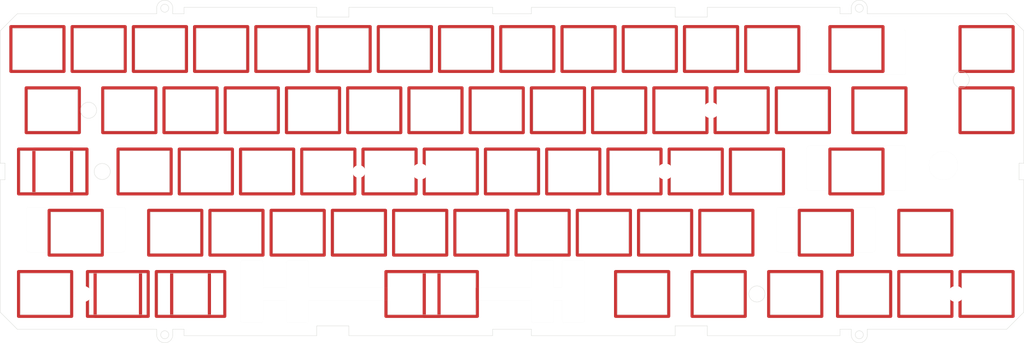
<source format=kicad_pcb>
(kicad_pcb (version 20211014) (generator pcbnew)
  (layers (0 "F.Cu" signal) (31 "B.Cu" signal) (34 "B.Paste" user) (35 "F.Paste" user) (36 "B.SilkS" user "B.Silkscreen") (37 "F.SilkS" user "F.Silkscreen") (38 "B.Mask" user) (39 "F.Mask" user) (44 "Edge.Cuts" user))
  (net 0 "")
  (footprint "Keyboard_Footprints:FC660m_small_hole" (layer "F.Cu") (at 138.1125 76.2)
    (fp_text reference "Screw_Hole" hide)
    (fp_text value "" hide)
  )
  (footprint "Keyboard_Footprints:Screw_Hole" (layer "F.Cu") (at 233.3625 76.2)
    (fp_text reference "Screw_Hole" hide)
    (fp_text value "" hide)
  )
  (footprint "Keyboard_Footprints:Plate_Cutout_Alps" (layer "F.Cu") (at 38.1 38.1)
    (fp_text reference "Plate_Cutout_Alps" hide)
    (fp_text value "" hide)
    (fp_line (start 7.75 6.45) (end -7.75 6.45) (layer "Edge.Cuts") (width 0.1))
    (fp_line (start 7.75 -6.45) (end 7.75 6.45) (layer "Edge.Cuts") (width 0.1))
    (fp_line (start -7.75 -6.45) (end -7.75 6.45) (layer "Edge.Cuts") (width 0.1))
    (fp_line (start 7.75 -6.45) (end -7.75 -6.45) (layer "Edge.Cuts") (width 0.1))
  )
  (footprint "Keyboard_Footprints:Plate_Cutout_Alps" (layer "F.Cu") (at 57.15 38.1)
    (fp_text reference "Plate_Cutout_Alps" hide)
    (fp_text value "" hide)
    (fp_line (start 7.75 -6.45) (end 7.75 6.45) (layer "Edge.Cuts") (width 0.1))
    (fp_line (start 7.75 6.45) (end -7.75 6.45) (layer "Edge.Cuts") (width 0.1))
    (fp_line (start 7.75 -6.45) (end -7.75 -6.45) (layer "Edge.Cuts") (width 0.1))
    (fp_line (start -7.75 -6.45) (end -7.75 6.45) (layer "Edge.Cuts") (width 0.1))
  )
  (footprint "Keyboard_Footprints:Plate_Cutout_Alps" (layer "F.Cu") (at 76.2 38.1)
    (fp_text reference "Plate_Cutout_Alps" hide)
    (fp_text value "" hide)
    (fp_line (start 7.75 -6.45) (end 7.75 6.45) (layer "Edge.Cuts") (width 0.1))
    (fp_line (start 7.75 -6.45) (end -7.75 -6.45) (layer "Edge.Cuts") (width 0.1))
    (fp_line (start 7.75 6.45) (end -7.75 6.45) (layer "Edge.Cuts") (width 0.1))
    (fp_line (start -7.75 -6.45) (end -7.75 6.45) (layer "Edge.Cuts") (width 0.1))
  )
  (footprint "Keyboard_Footprints:Plate_Cutout_Alps" (layer "F.Cu") (at 95.25 38.1)
    (fp_text reference "Plate_Cutout_Alps" hide)
    (fp_text value "" hide)
    (fp_line (start 7.75 6.45) (end -7.75 6.45) (layer "Edge.Cuts") (width 0.1))
    (fp_line (start -7.75 -6.45) (end -7.75 6.45) (layer "Edge.Cuts") (width 0.1))
    (fp_line (start 7.75 -6.45) (end -7.75 -6.45) (layer "Edge.Cuts") (width 0.1))
    (fp_line (start 7.75 -6.45) (end 7.75 6.45) (layer "Edge.Cuts") (width 0.1))
  )
  (footprint "Keyboard_Footprints:Plate_Cutout_Alps" (layer "F.Cu") (at 114.3 38.1)
    (fp_text reference "Plate_Cutout_Alps" hide)
    (fp_text value "" hide)
    (fp_line (start 7.75 -6.45) (end -7.75 -6.45) (layer "Edge.Cuts") (width 0.1))
    (fp_line (start 7.75 6.45) (end -7.75 6.45) (layer "Edge.Cuts") (width 0.1))
    (fp_line (start 7.75 -6.45) (end 7.75 6.45) (layer "Edge.Cuts") (width 0.1))
    (fp_line (start -7.75 -6.45) (end -7.75 6.45) (layer "Edge.Cuts") (width 0.1))
  )
  (footprint "Keyboard_Footprints:Plate_Cutout_Alps" (layer "F.Cu") (at 333.375 57.15)
    (fp_text reference "Plate_Cutout_Alps" hide)
    (fp_text value "" hide)
    (fp_line (start -7.75 -6.45) (end -7.75 6.45) (layer "Edge.Cuts") (width 0.1))
    (fp_line (start 7.75 -6.45) (end -7.75 -6.45) (layer "Edge.Cuts") (width 0.1))
    (fp_line (start 7.75 -6.45) (end 7.75 6.45) (layer "Edge.Cuts") (width 0.1))
    (fp_line (start 7.75 6.45) (end -7.75 6.45) (layer "Edge.Cuts") (width 0.1))
  )
  (footprint "Keyboard_Footprints:Plate_Cutout_Alps" (layer "F.Cu") (at 266.7 38.1)
    (fp_text reference "Plate_Cutout_Alps" hide)
    (fp_text value "" hide)
    (fp_line (start 7.75 -6.45) (end 7.75 6.45) (layer "Edge.Cuts") (width 0.1))
    (fp_line (start -7.75 -6.45) (end -7.75 6.45) (layer "Edge.Cuts") (width 0.1))
    (fp_line (start 7.75 6.45) (end -7.75 6.45) (layer "Edge.Cuts") (width 0.1))
    (fp_line (start 7.75 -6.45) (end -7.75 -6.45) (layer "Edge.Cuts") (width 0.1))
  )
  (footprint "Keyboard_Footprints:Plate_Cutout_Alps" (layer "F.Cu") (at 314.325 114.3)
    (fp_text reference "Plate_Cutout_Alps" hide)
    (fp_text value "" hide)
    (fp_line (start 7.75 -6.45) (end 7.75 6.45) (layer "Edge.Cuts") (width 0.1))
    (fp_line (start 7.75 6.45) (end -7.75 6.45) (layer "Edge.Cuts") (width 0.1))
    (fp_line (start 7.75 -6.45) (end -7.75 -6.45) (layer "Edge.Cuts") (width 0.1))
    (fp_line (start -7.75 -6.45) (end -7.75 6.45) (layer "Edge.Cuts") (width 0.1))
  )
  (footprint "Keyboard_Footprints:Plate_Cutout_Alps" (layer "F.Cu") (at 295.275 114.3)
    (fp_text reference "Plate_Cutout_Alps" hide)
    (fp_text value "" hide)
    (fp_line (start 7.75 -6.45) (end 7.75 6.45) (layer "Edge.Cuts") (width 0.1))
    (fp_line (start -7.75 -6.45) (end -7.75 6.45) (layer "Edge.Cuts") (width 0.1))
    (fp_line (start 7.75 6.45) (end -7.75 6.45) (layer "Edge.Cuts") (width 0.1))
    (fp_line (start 7.75 -6.45) (end -7.75 -6.45) (layer "Edge.Cuts") (width 0.1))
  )
  (footprint "Keyboard_Footprints:Plate_Cutout_Alps" (layer "F.Cu") (at 276.225 57.15)
    (fp_text reference "Plate_Cutout_Alps" hide)
    (fp_text value "" hide)
    (fp_line (start -7.75 -6.45) (end -7.75 6.45) (layer "Edge.Cuts") (width 0.1))
    (fp_line (start 7.75 6.45) (end -7.75 6.45) (layer "Edge.Cuts") (width 0.1))
    (fp_line (start 7.75 -6.45) (end 7.75 6.45) (layer "Edge.Cuts") (width 0.1))
    (fp_line (start 7.75 -6.45) (end -7.75 -6.45) (layer "Edge.Cuts") (width 0.1))
  )
  (footprint "Keyboard_Footprints:Plate_Cutout_Alps" (layer "F.Cu") (at 252.4125 95.25)
    (fp_text reference "Plate_Cutout_Alps" hide)
    (fp_text value "" hide)
    (fp_line (start -7.75 -6.45) (end -7.75 6.45) (layer "Edge.Cuts") (width 0.1))
    (fp_line (start 7.75 -6.45) (end -7.75 -6.45) (layer "Edge.Cuts") (width 0.1))
    (fp_line (start 7.75 -6.45) (end 7.75 6.45) (layer "Edge.Cuts") (width 0.1))
    (fp_line (start 7.75 6.45) (end -7.75 6.45) (layer "Edge.Cuts") (width 0.1))
  )
  (footprint "Keyboard_Footprints:Plate_Cutout_Alps_2" (layer "F.Cu") (at 88.10625 114.3)
    (fp_text reference "Plate_Cutout_Alps_2" hide)
    (fp_text value "" hide)
  )
  (footprint "Keyboard_Footprints:Plate_Cutout_Alps" (layer "F.Cu") (at 333.375 38.1)
    (fp_text reference "Plate_Cutout_Alps" hide)
    (fp_text value "" hide)
    (fp_line (start 7.75 -6.45) (end -7.75 -6.45) (layer "Edge.Cuts") (width 0.1))
    (fp_line (start 7.75 -6.45) (end 7.75 6.45) (layer "Edge.Cuts") (width 0.1))
    (fp_line (start -7.75 -6.45) (end -7.75 6.45) (layer "Edge.Cuts") (width 0.1))
    (fp_line (start 7.75 6.45) (end -7.75 6.45) (layer "Edge.Cuts") (width 0.1))
  )
  (footprint "Keyboard_Footprints:Plate_Cutout_Alps" (layer "F.Cu") (at 300.0375 57.15)
    (fp_text reference "Plate_Cutout_Alps" hide)
    (fp_text value "" hide)
    (fp_line (start 7.75 -6.45) (end -7.75 -6.45) (layer "Edge.Cuts") (width 0.1))
    (fp_line (start 7.75 -6.45) (end 7.75 6.45) (layer "Edge.Cuts") (width 0.1))
    (fp_line (start 7.75 6.45) (end -7.75 6.45) (layer "Edge.Cuts") (width 0.1))
    (fp_line (start -7.75 -6.45) (end -7.75 6.45) (layer "Edge.Cuts") (width 0.1))
  )
  (footprint "Keyboard_Footprints:Screw_Hole" (layer "F.Cu") (at 52.3875 114.3)
    (fp_text reference "Screw_Hole" hide)
    (fp_text value "" hide)
  )
  (footprint "Keyboard_Footprints:Screw_Hole" (layer "F.Cu") (at 323.85 114.3)
    (fp_text reference "Screw_Hole" hide)
    (fp_text value "" hide)
  )
  (footprint "Keyboard_Footprints:Screw_Hole" (layer "F.Cu") (at 157.1625 76.2)
    (fp_text reference "Screw_Hole" hide)
    (fp_text value "" hide)
  )
  (footprint "Keyboard_Footprints:Screw_Hole" (layer "F.Cu") (at 247.65 57.15)
    (fp_text reference "Screw_Hole" hide)
    (fp_text value "" hide)
  )
  (footprint "Keyboard_Footprints:Perferation" (layer "F.Cu") (at 77.7 27.9 90)
    (fp_text reference "Plate_Cutout_Alps" hide)
    (fp_text value "" hide)
  )
  (footprint "Keyboard_Footprints:Perferation" (layer "F.Cu") (at 293.775 27.9 90)
    (fp_text reference "Plate_Cutout_Alps" hide)
    (fp_text value "" hide)
  )
  (footprint "Keyboard_Footprints:Perferation" (layer "F.Cu") (at 293.775 124.5 90)
    (fp_text reference "Plate_Cutout_Alps" hide)
    (fp_text value "" hide)
  )
  (footprint "Keyboard_Footprints:Perferation" (layer "F.Cu") (at 77.7 124.5 90)
    (fp_text reference "Plate_Cutout_Alps" hide)
    (fp_text value "" hide)
  )
  (footprint "Keyboard_Footprints:Plate_Cutout_Alps" (layer "F.Cu") (at 283.36875 95.25)
    (fp_text reference "Plate_Cutout_Alps" hide)
    (fp_text value "" hide)
    (fp_line (start -7.75 -6.45) (end -7.75 6.45) (layer "Edge.Cuts") (width 0.1))
    (fp_line (start 7.75 -6.45) (end 7.75 6.45) (layer "Edge.Cuts") (width 0.1))
    (fp_line (start 7.75 6.45) (end -7.75 6.45) (layer "Edge.Cuts") (width 0.1))
    (fp_line (start 7.75 -6.45) (end -7.75 -6.45) (layer "Edge.Cuts") (width 0.1))
  )
  (footprint "Keyboard_Footprints:Plate_Cutout_Alps" (layer "F.Cu") (at 292.89375 38.1 180)
    (fp_text reference "Plate_Cutout_Alps" hide)
    (fp_text value "" hide)
    (fp_line (start 7.75 6.45) (end -7.75 6.45) (layer "Edge.Cuts") (width 0.1))
    (fp_line (start 7.75 -6.45) (end 7.75 6.45) (layer "Edge.Cuts") (width 0.1))
    (fp_line (start 7.75 -6.45) (end -7.75 -6.45) (layer "Edge.Cuts") (width 0.1))
    (fp_line (start -7.75 -6.45) (end -7.75 6.45) (layer "Edge.Cuts") (width 0.1))
  )
  (footprint "Keyboard_Footprints:Plate_Cutout_Alps_2" (layer "F.Cu") (at 45.24375 76.2)
    (fp_text reference "Plate_Cutout_Alps_2" hide)
    (fp_text value "" hide)
  )
  (footprint "Keyboard_Footprints:Plate_Cutout_Alps" (layer "F.Cu") (at 195.2625 95.25)
    (fp_text reference "Plate_Cutout_Alps" hide)
    (fp_text value "" hide)
    (fp_line (start 7.75 6.45) (end -7.75 6.45) (layer "Edge.Cuts") (width 0.1))
    (fp_line (start 7.75 -6.45) (end 7.75 6.45) (layer "Edge.Cuts") (width 0.1))
    (fp_line (start -7.75 -6.45) (end -7.75 6.45) (layer "Edge.Cuts") (width 0.1))
    (fp_line (start 7.75 -6.45) (end -7.75 -6.45) (layer "Edge.Cuts") (width 0.1))
  )
  (footprint "Keyboard_Footprints:Plate_Cutout_Alps_2" (layer "F.Cu") (at 83.34375 114.3)
    (fp_text reference "Plate_Cutout_Alps_2" hide)
    (fp_text value "" hide)
  )
  (footprint "Keyboard_Footprints:Plate_Cutout_Alps" (layer "F.Cu") (at 50.00625 95.25)
    (fp_text reference "Plate_Cutout_Alps" hide)
    (fp_text value "" hide)
    (fp_line (start 7.75 -6.45) (end 7.75 6.45) (layer "Edge.Cuts") (width 0.1))
    (fp_line (start 7.75 -6.45) (end -7.75 -6.45) (layer "Edge.Cuts") (width 0.1))
    (fp_line (start 7.75 6.45) (end -7.75 6.45) (layer "Edge.Cuts") (width 0.1))
    (fp_line (start -7.75 -6.45) (end -7.75 6.45) (layer "Edge.Cuts") (width 0.1))
  )
  (footprint "Keyboard_Footprints:Plate_Cutout_Alps_2" (layer "F.Cu") (at 166.6875 114.3)
    (fp_text reference "Plate_Cutout_Alps_2" hide)
    (fp_text value "" hide)
  )
  (footprint "Keyboard_Footprints:Plate_Cutout_Alps" (layer "F.Cu") (at 261.9375 76.2)
    (fp_text reference "Plate_Cutout_Alps" hide)
    (fp_text value "" hide)
    (fp_line (start 7.75 -6.45) (end 7.75 6.45) (layer "Edge.Cuts") (width 0.1))
    (fp_line (start 7.75 -6.45) (end -7.75 -6.45) (layer "Edge.Cuts") (width 0.1))
    (fp_line (start 7.75 6.45) (end -7.75 6.45) (layer "Edge.Cuts") (width 0.1))
    (fp_line (start -7.75 -6.45) (end -7.75 6.45) (layer "Edge.Cuts") (width 0.1))
  )
  (footprint "Keyboard_Footprints:Plate_Cutout_Alps" (layer "F.Cu") (at 190.5 38.1)
    (fp_text reference "Plate_Cutout_Alps" hide)
    (fp_text value "" hide)
    (fp_line (start 7.75 -6.45) (end 7.75 6.45) (layer "Edge.Cuts") (width 0.1))
    (fp_line (start 7.75 6.45) (end -7.75 6.45) (layer "Edge.Cuts") (width 0.1))
    (fp_line (start 7.75 -6.45) (end -7.75 -6.45) (layer "Edge.Cuts") (width 0.1))
    (fp_line (start -7.75 -6.45) (end -7.75 6.45) (layer "Edge.Cuts") (width 0.1))
  )
  (footprint "Keyboard_Footprints:Plate_Cutout_Alps" (layer "F.Cu") (at 226.21875 114.3)
    (fp_text reference "Plate_Cutout_Alps" hide)
    (fp_text value "" hide)
    (fp_line (start -7.75 -6.45) (end -7.75 6.45) (layer "Edge.Cuts") (width 0.1))
    (fp_line (start 7.75 6.45) (end -7.75 6.45) (layer "Edge.Cuts") (width 0.1))
    (fp_line (start 7.75 -6.45) (end -7.75 -6.45) (layer "Edge.Cuts") (width 0.1))
    (fp_line (start 7.75 -6.45) (end 7.75 6.45) (layer "Edge.Cuts") (width 0.1))
  )
  (footprint "Keyboard_Footprints:Plate_Cutout_Alps" (layer "F.Cu") (at 133.35 38.1)
    (fp_text reference "Plate_Cutout_Alps" hide)
    (fp_text value "" hide)
    (fp_line (start 7.75 -6.45) (end -7.75 -6.45) (layer "Edge.Cuts") (width 0.1))
    (fp_line (start 7.75 -6.45) (end 7.75 6.45) (layer "Edge.Cuts") (width 0.1))
    (fp_line (start -7.75 -6.45) (end -7.75 6.45) (layer "Edge.Cuts") (width 0.1))
    (fp_line (start 7.75 6.45) (end -7.75 6.45) (layer "Edge.Cuts") (width 0.1))
  )
  (footprint "Keyboard_Footprints:Plate_Cutout_Alps" (layer "F.Cu") (at 138.1125 95.25)
    (fp_text reference "Plate_Cutout_Alps" hide)
    (fp_text value "" hide)
    (fp_line (start 7.75 -6.45) (end -7.75 -6.45) (layer "Edge.Cuts") (width 0.1))
    (fp_line (start 7.75 -6.45) (end 7.75 6.45) (layer "Edge.Cuts") (width 0.1))
    (fp_line (start -7.75 -6.45) (end -7.75 6.45) (layer "Edge.Cuts") (width 0.1))
    (fp_line (start 7.75 6.45) (end -7.75 6.45) (layer "Edge.Cuts") (width 0.1))
  )
  (footprint "Keyboard_Footprints:Plate_Cutout_Alps" (layer "F.Cu") (at 100.0125 95.25)
    (fp_text reference "Plate_Cutout_Alps" hide)
    (fp_text value "" hide)
    (fp_line (start -7.75 -6.45) (end -7.75 6.45) (layer "Edge.Cuts") (width 0.1))
    (fp_line (start 7.75 -6.45) (end 7.75 6.45) (layer "Edge.Cuts") (width 0.1))
    (fp_line (start 7.75 -6.45) (end -7.75 -6.45) (layer "Edge.Cuts") (width 0.1))
    (fp_line (start 7.75 6.45) (end -7.75 6.45) (layer "Edge.Cuts") (width 0.1))
  )
  (footprint "Keyboard_Footprints:Plate_Cutout_Alps" (layer "F.Cu") (at 109.5375 76.2)
    (fp_text reference "Plate_Cutout_Alps" hide)
    (fp_text value "" hide)
    (fp_line (start -7.75 -6.45) (end -7.75 6.45) (layer "Edge.Cuts") (width 0.1))
    (fp_line (start 7.75 -6.45) (end -7.75 -6.45) (layer "Edge.Cuts") (width 0.1))
    (fp_line (start 7.75 6.45) (end -7.75 6.45) (layer "Edge.Cuts") (width 0.1))
    (fp_line (start 7.75 -6.45) (end 7.75 6.45) (layer "Edge.Cuts") (width 0.1))
  )
  (footprint "Keyboard_Footprints:Plate_Cutout_Alps" (layer "F.Cu") (at 180.975 57.15)
    (fp_text reference "Plate_Cutout_Alps" hide)
    (fp_text value "" hide)
    (fp_line (start -7.75 -6.45) (end -7.75 6.45) (layer "Edge.Cuts") (width 0.1))
    (fp_line (start 7.75 -6.45) (end 7.75 6.45) (layer "Edge.Cuts") (width 0.1))
    (fp_line (start 7.75 6.45) (end -7.75 6.45) (layer "Edge.Cuts") (width 0.1))
    (fp_line (start 7.75 -6.45) (end -7.75 -6.45) (layer "Edge.Cuts") (width 0.1))
  )
  (footprint "Keyboard_Footprints:Plate_Cutout_Alps" (layer "F.Cu") (at 273.84375 114.3)
    (fp_text reference "Plate_Cutout_Alps" hide)
    (fp_text value "" hide)
    (fp_line (start 7.75 -6.45) (end 7.75 6.45) (layer "Edge.Cuts") (width 0.1))
    (fp_line (start 7.75 -6.45) (end -7.75 -6.45) (layer "Edge.Cuts") (width 0.1))
    (fp_line (start 7.75 6.45) (end -7.75 6.45) (layer "Edge.Cuts") (width 0.1))
    (fp_line (start -7.75 -6.45) (end -7.75 6.45) (layer "Edge.Cuts") (width 0.1))
  )
  (footprint "Keyboard_Footprints:Plate_Cutout_Alps" (layer "F.Cu") (at 147.6375 76.2)
    (fp_text reference "Plate_Cutout_Alps" hide)
    (fp_text value "" hide)
    (fp_line (start 7.75 -6.45) (end 7.75 6.45) (layer "Edge.Cuts") (width 0.1))
    (fp_line (start -7.75 -6.45) (end -7.75 6.45) (layer "Edge.Cuts") (width 0.1))
    (fp_line (start 7.75 -6.45) (end -7.75 -6.45) (layer "Edge.Cuts") (width 0.1))
    (fp_line (start 7.75 6.45) (end -7.75 6.45) (layer "Edge.Cuts") (width 0.1))
  )
  (footprint "Keyboard_Footprints:Plate_Cutout_Alps_2" (layer "F.Cu") (at 64.29375 114.3)
    (fp_text reference "Plate_Cutout_Alps_2" hide)
    (fp_text value "" hide)
  )
  (footprint "Keyboard_Footprints:Plate_Cutout_Alps" (layer "F.Cu") (at 185.7375 76.2)
    (fp_text reference "Plate_Cutout_Alps" hide)
    (fp_text value "" hide)
    (fp_line (start -7.75 -6.45) (end -7.75 6.45) (layer "Edge.Cuts") (width 0.1))
    (fp_line (start 7.75 6.45) (end -7.75 6.45) (layer "Edge.Cuts") (width 0.1))
    (fp_line (start 7.75 -6.45) (end 7.75 6.45) (layer "Edge.Cuts") (width 0.1))
    (fp_line (start 7.75 -6.45) (end -7.75 -6.45) (layer "Edge.Cuts") (width 0.1))
  )
  (footprint "Keyboard_Footprints:Plate_Cutout_Alps" (layer "F.Cu") (at 257.175 57.15)
    (fp_text reference "Plate_Cutout_Alps" hide)
    (fp_text value "" hide)
    (fp_line (start -7.75 -6.45) (end -7.75 6.45) (layer "Edge.Cuts") (width 0.1))
    (fp_line (start 7.75 -6.45) (end 7.75 6.45) (layer "Edge.Cuts") (width 0.1))
    (fp_line (start 7.75 -6.45) (end -7.75 -6.45) (layer "Edge.Cuts") (width 0.1))
    (fp_line (start 7.75 6.45) (end -7.75 6.45) (layer "Edge.Cuts") (width 0.1))
  )
  (footprint "Keyboard_Footprints:Plate_Cutout_Alps" (layer "F.Cu") (at 242.8875 76.2)
    (fp_text reference "Plate_Cutout_Alps" hide)
    (fp_text value "" hide)
    (fp_line (start -7.75 -6.45) (end -7.75 6.45) (layer "Edge.Cuts") (width 0.1))
    (fp_line (start 7.75 -6.45) (end -7.75 -6.45) (layer "Edge.Cuts") (width 0.1))
    (fp_line (start 7.75 6.45) (end -7.75 6.45) (layer "Edge.Cuts") (width 0.1))
    (fp_line (start 7.75 -6.45) (end 7.75 6.45) (layer "Edge.Cuts") (width 0.1))
  )
  (footprint "Keyboard_Footprints:Plate_Cutout_Alps" (layer "F.Cu") (at 200.025 57.15)
    (fp_text reference "Plate_Cutout_Alps" hide)
    (fp_text value "" hide)
    (fp_line (start 7.75 -6.45) (end 7.75 6.45) (layer "Edge.Cuts") (width 0.1))
    (fp_line (start -7.75 -6.45) (end -7.75 6.45) (layer "Edge.Cuts") (width 0.1))
    (fp_line (start 7.75 6.45) (end -7.75 6.45) (layer "Edge.Cuts") (width 0.1))
    (fp_line (start 7.75 -6.45) (end -7.75 -6.45) (layer "Edge.Cuts") (width 0.1))
  )
  (footprint "Keyboard_Footprints:Plate_Cutout_Alps_2" (layer "F.Cu") (at 61.9125 114.3)
    (fp_text reference "Plate_Cutout_Alps_2" hide)
    (fp_text value "" hide)
  )
  (footprint "Keyboard_Footprints:Plate_Cutout_Alps" (layer "F.Cu") (at 238.125 57.15)
    (fp_text reference "Plate_Cutout_Alps" hide)
    (fp_text value "" hide)
    (fp_line (start 7.75 -6.45) (end -7.75 -6.45) (layer "Edge.Cuts") (width 0.1))
    (fp_line (start -7.75 -6.45) (end -7.75 6.45) (layer "Edge.Cuts") (width 0.1))
    (fp_line (start 7.75 6.45) (end -7.75 6.45) (layer "Edge.Cuts") (width 0.1))
    (fp_line (start 7.75 -6.45) (end 7.75 6.45) (layer "Edge.Cuts") (width 0.1))
  )
  (footprint "Keyboard_Footprints:Plate_Cutout_Alps" (layer "F.Cu") (at 250.03125 114.3)
    (fp_text reference "Plate_Cutout_Alps" hide)
    (fp_text value "" hide)
    (fp_line (start 7.75 6.45) (end -7.75 6.45) (layer "Edge.Cuts") (width 0.1))
    (fp_line (start -7.75 -6.45) (end -7.75 6.45) (layer "Edge.Cuts") (width 0.1))
    (fp_line (start 7.75 -6.45) (end -7.75 -6.45) (layer "Edge.Cuts") (width 0.1))
    (fp_line (start 7.75 -6.45) (end 7.75 6.45) (layer "Edge.Cuts") (width 0.1))
  )
  (footprint "Keyboard_Footprints:Plate_Cutout_Alps" (layer "F.Cu") (at 292.89375 76.2)
    (fp_text reference "Plate_Cutout_Alps" hide)
    (fp_text value "" hide)
    (fp_line (start 7.75 -6.45) (end -7.75 -6.45) (layer "Edge.Cuts") (width 0.1))
    (fp_line (start 7.75 6.45) (end -7.75 6.45) (layer "Edge.Cuts") (width 0.1))
    (fp_line (start 7.75 -6.45) (end 7.75 6.45) (layer "Edge.Cuts") (width 0.1))
    (fp_line (start -7.75 -6.45) (end -7.75 6.45) (layer "Edge.Cuts") (width 0.1))
  )
  (footprint "Keyboard_Footprints:Plate_Cutout_Alps" (layer "F.Cu") (at 66.675 57.15)
    (fp_text reference "Plate_Cutout_Alps" hide)
    (fp_text value "" hide)
    (fp_line (start 7.75 -6.45) (end -7.75 -6.45) (layer "Edge.Cuts") (width 0.1))
    (fp_line (start 7.75 6.45) (end -7.75 6.45) (layer "Edge.Cuts") (width 0.1))
    (fp_line (start 7.75 -6.45) (end 7.75 6.45) (layer "Edge.Cuts") (width 0.1))
    (fp_line (start -7.75 -6.45) (end -7.75 6.45) (layer "Edge.Cuts") (width 0.1))
  )
  (footprint "Keyboard_Footprints:Plate_Cutout_Alps" (layer "F.Cu") (at 228.6 38.1)
    (fp_text reference "Plate_Cutout_Alps" hide)
    (fp_text value "" hide)
    (fp_line (start 7.75 6.45) (end -7.75 6.45) (layer "Edge.Cuts") (width 0.1))
    (fp_line (start -7.75 -6.45) (end -7.75 6.45) (layer "Edge.Cuts") (width 0.1))
    (fp_line (start 7.75 -6.45) (end 7.75 6.45) (layer "Edge.Cuts") (width 0.1))
    (fp_line (start 7.75 -6.45) (end -7.75 -6.45) (layer "Edge.Cuts") (width 0.1))
  )
  (footprint "Keyboard_Footprints:Plate_Cutout_Alps" (layer "F.Cu") (at 71.4375 76.2)
    (fp_text reference "Plate_Cutout_Alps" hide)
    (fp_text value "" hide)
    (fp_line (start 7.75 -6.45) (end -7.75 -6.45) (layer "Edge.Cuts") (width 0.1))
    (fp_line (start -7.75 -6.45) (end -7.75 6.45) (layer "Edge.Cuts") (width 0.1))
    (fp_line (start 7.75 6.45) (end -7.75 6.45) (layer "Edge.Cuts") (width 0.1))
    (fp_line (start 7.75 -6.45) (end 7.75 6.45) (layer "Edge.Cuts") (width 0.1))
  )
  (footprint "Keyboard_Footprints:Plate_Cutout_Alps" (layer "F.Cu") (at 223.8375 76.2)
    (fp_text reference "Plate_Cutout_Alps" hide)
    (fp_text value "" hide)
    (fp_line (start -7.75 -6.45) (end -7.75 6.45) (layer "Edge.Cuts") (width 0.1))
    (fp_line (start 7.75 -6.45) (end 7.75 6.45) (layer "Edge.Cuts") (width 0.1))
    (fp_line (start 7.75 6.45) (end -7.75 6.45) (layer "Edge.Cuts") (width 0.1))
    (fp_line (start 7.75 -6.45) (end -7.75 -6.45) (layer "Edge.Cuts") (width 0.1))
  )
  (footprint "Keyboard_Footprints:Plate_Cutout_Alps" (layer "F.Cu") (at 123.825 57.15)
    (fp_text reference "Plate_Cutout_Alps" hide)
    (fp_text value "" hide)
    (fp_line (start 7.75 6.45) (end -7.75 6.45) (layer "Edge.Cuts") (width 0.1))
    (fp_line (start 7.75 -6.45) (end -7.75 -6.45) (layer "Edge.Cuts") (width 0.1))
    (fp_line (start -7.75 -6.45) (end -7.75 6.45) (layer "Edge.Cuts") (width 0.1))
    (fp_line (start 7.75 -6.45) (end 7.75 6.45) (layer "Edge.Cuts") (width 0.1))
  )
  (footprint "Keyboard_Footprints:Plate_Cutout_Alps" (layer "F.Cu") (at 80.9625 95.25)
    (fp_text reference "Plate_Cutout_Alps" hide)
    (fp_text value "" hide)
    (fp_line (start -7.75 -6.45) (end -7.75 6.45) (layer "Edge.Cuts") (width 0.1))
    (fp_line (start 7.75 -6.45) (end -7.75 -6.45) (layer "Edge.Cuts") (width 0.1))
    (fp_line (start 7.75 6.45) (end -7.75 6.45) (layer "Edge.Cuts") (width 0.1))
    (fp_line (start 7.75 -6.45) (end 7.75 6.45) (layer "Edge.Cuts") (width 0.1))
  )
  (footprint "Keyboard_Footprints:Plate_Cutout_Alps" (layer "F.Cu") (at 219.075 57.15)
    (fp_text reference "Plate_Cutout_Alps" hide)
    (fp_text value "" hide)
    (fp_line (start 7.75 -6.45) (end -7.75 -6.45) (layer "Edge.Cuts") (width 0.1))
    (fp_line (start 7.75 6.45) (end -7.75 6.45) (layer "Edge.Cuts") (width 0.1))
    (fp_line (start 7.75 -6.45) (end 7.75 6.45) (layer "Edge.Cuts") (width 0.1))
    (fp_line (start -7.75 -6.45) (end -7.75 6.45) (layer "Edge.Cuts") (width 0.1))
  )
  (footprint "Keyboard_Footprints:Plate_Cutout_Alps" (layer "F.Cu") (at 247.65 38.1)
    (fp_text reference "Plate_Cutout_Alps" hide)
    (fp_text value "" hide)
    (fp_line (start 7.75 -6.45) (end 7.75 6.45) (layer "Edge.Cuts") (width 0.1))
    (fp_line (start 7.75 6.45) (end -7.75 6.45) (layer "Edge.Cuts") (width 0.1))
    (fp_line (start 7.75 -6.45) (end -7.75 -6.45) (layer "Edge.Cuts") (width 0.1))
    (fp_line (start -7.75 -6.45) (end -7.75 6.45) (layer "Edge.Cuts") (width 0.1))
  )
  (footprint "Keyboard_Footprints:Plate_Cutout_Alps" (layer "F.Cu") (at 161.925 57.15)
    (fp_text reference "Plate_Cutout_Alps" hide)
    (fp_text value "" hide)
    (fp_line (start 7.75 -6.45) (end -7.75 -6.45) (layer "Edge.Cuts") (width 0.1))
    (fp_line (start -7.75 -6.45) (end -7.75 6.45) (layer "Edge.Cuts") (width 0.1))
    (fp_line (start 7.75 6.45) (end -7.75 6.45) (layer "Edge.Cuts") (width 0.1))
    (fp_line (start 7.75 -6.45) (end 7.75 6.45) (layer "Edge.Cuts") (width 0.1))
  )
  (footprint "Keyboard_Footprints:Plate_Cutout_Alps_2" (layer "F.Cu") (at 154.78125 114.3)
    (fp_text reference "Plate_Cutout_Alps_2" hide)
    (fp_text value "" hide)
  )
  (footprint "Keyboard_Footprints:Plate_Cutout_Alps" (layer "F.Cu") (at 152.4 38.1)
    (fp_text reference "Plate_Cutout_Alps" hide)
    (fp_text value "" hide)
    (fp_line (start -7.75 -6.45) (end -7.75 6.45) (layer "Edge.Cuts") (width 0.1))
    (fp_line (start 7.75 -6.45) (end 7.75 6.45) (layer "Edge.Cuts") (width 0.1))
    (fp_line (start 7.75 -6.45) (end -7.75 -6.45) (layer "Edge.Cuts") (width 0.1))
    (fp_line (start 7.75 6.45) (end -7.75 6.45) (layer "Edge.Cuts") (width 0.1))
  )
  (footprint "Keyboard_Footprints:Plate_Cutout_Alps" (layer "F.Cu") (at 171.45 38.1)
    (fp_text reference "Plate_Cutout_Alps" hide)
    (fp_text value "" hide)
    (fp_line (start 7.75 -6.45) (end 7.75 6.45) (layer "Edge.Cuts") (width 0.1))
    (fp_line (start -7.75 -6.45) (end -7.75 6.45) (layer "Edge.Cuts") (width 0.1))
    (fp_line (start 7.75 -6.45) (end -7.75 -6.45) (layer "Edge.Cuts") (width 0.1))
    (fp_line (start 7.75 6.45) (end -7.75 6.45) (layer "Edge.Cuts") (width 0.1))
  )
  (footprint "Keyboard_Footprints:Plate_Cutout_Alps" (layer "F.Cu") (at 85.725 57.15)
    (fp_text reference "Plate_Cutout_Alps" hide)
    (fp_text value "" hide)
    (fp_line (start 7.75 -6.45) (end -7.75 -6.45) (layer "Edge.Cuts") (width 0.1))
    (fp_line (start -7.75 -6.45) (end -7.75 6.45) (layer "Edge.Cuts") (width 0.1))
    (fp_line (start 7.75 6.45) (end -7.75 6.45) (layer "Edge.Cuts") (width 0.1))
    (fp_line (start 7.75 -6.45) (end 7.75 6.45) (layer "Edge.Cuts") (width 0.1))
  )
  (footprint "Keyboard_Footprints:Plate_Cutout_Alps" (layer "F.Cu") (at 40.48125 114.3)
    (fp_text reference "Plate_Cutout_Alps" hide)
    (fp_text value "" hide)
    (fp_line (start 7.75 -6.45) (end -7.75 -6.45) (layer "Edge.Cuts") (width 0.1))
    (fp_line (start 7.75 -6.45) (end 7.75 6.45) (layer "Edge.Cuts") (width 0.1))
    (fp_line (start -7.75 -6.45) (end -7.75 6.45) (layer "Edge.Cuts") (width 0.1))
    (fp_line (start 7.75 6.45) (end -7.75 6.45) (layer "Edge.Cuts") (width 0.1))
  )
  (footprint "Keyboard_Footprints:Plate_Cutout_Alps" (layer "F.Cu") (at 214.3125 95.25)
    (fp_text reference "Plate_Cutout_Alps" hide)
    (fp_text value "" hide)
    (fp_line (start -7.75 -6.45) (end -7.75 6.45) (layer "Edge.Cuts") (width 0.1))
    (fp_line (start 7.75 6.45) (end -7.75 6.45) (layer "Edge.Cuts") (width 0.1))
    (fp_line (start 7.75 -6.45) (end -7.75 -6.45) (layer "Edge.Cuts") (width 0.1))
    (fp_line (start 7.75 -6.45) (end 7.75 6.45) (layer "Edge.Cuts") (width 0.1))
  )
  (footprint "Keyboard_Footprints:Plate_Cutout_Alps" (layer "F.Cu") (at 176.2125 95.25)
    (fp_text reference "Plate_Cutout_Alps" hide)
    (fp_text value "" hide)
    (fp_line (start -7.75 -6.45) (end -7.75 6.45) (layer "Edge.Cuts") (width 0.1))
    (fp_line (start 7.75 -6.45) (end -7.75 -6.45) (layer "Edge.Cuts") (width 0.1))
    (fp_line (start 7.75 -6.45) (end 7.75 6.45) (layer "Edge.Cuts") (width 0.1))
    (fp_line (start 7.75 6.45) (end -7.75 6.45) (layer "Edge.Cuts") (width 0.1))
  )
  (footprint "Keyboard_Footprints:Plate_Cutout_Alps" (layer "F.Cu") (at 333.375 114.3)
    (fp_text reference "Plate_Cutout_Alps" hide)
    (fp_text value "" hide)
    (fp_line (start -7.75 -6.45) (end -7.75 6.45) (layer "Edge.Cuts") (width 0.1))
    (fp_line (start 7.75 -6.45) (end 7.75 6.45) (layer "Edge.Cuts") (width 0.1))
    (fp_line (start 7.75 6.45) (end -7.75 6.45) (layer "Edge.Cuts") (width 0.1))
    (fp_line (start 7.75 -6.45) (end -7.75 -6.45) (layer "Edge.Cuts") (width 0.1))
  )
  (footprint "Keyboard_Footprints:Plate_Cutout_Alps" (layer "F.Cu") (at 314.325 95.25)
    (fp_text reference "Plate_Cutout_Alps" hide)
    (fp_text value "" hide)
    (fp_line (start 7.75 6.45) (end -7.75 6.45) (layer "Edge.Cuts") (width 0.1))
    (fp_line (start 7.75 -6.45) (end 7.75 6.45) (layer "Edge.Cuts") (width 0.1))
    (fp_line (start -7.75 -6.45) (end -7.75 6.45) (layer "Edge.Cuts") (width 0.1))
    (fp_line (start 7.75 -6.45) (end -7.75 -6.45) (layer "Edge.Cuts") (width 0.1))
  )
  (footprint "Keyboard_Footprints:Plate_Cutout_Alps" (layer "F.Cu") (at 157.1625 95.25)
    (fp_text reference "Plate_Cutout_Alps" hide)
    (fp_text value "" hide)
    (fp_line (start -7.75 -6.45) (end -7.75 6.45) (layer "Edge.Cuts") (width 0.1))
    (fp_line (start 7.75 -6.45) (end 7.75 6.45) (layer "Edge.Cuts") (width 0.1))
    (fp_line (start 7.75 6.45) (end -7.75 6.45) (layer "Edge.Cuts") (width 0.1))
    (fp_line (start 7.75 -6.45) (end -7.75 -6.45) (layer "Edge.Cuts") (width 0.1))
  )
  (footprint "Keyboard_Footprints:Plate_Cutout_Alps" (layer "F.Cu") (at 90.4875 76.2)
    (fp_text reference "Plate_Cutout_Alps" hide)
    (fp_text value "" hide)
    (fp_line (start -7.75 -6.45) (end -7.75 6.45) (layer "Edge.Cuts") (width 0.1))
    (fp_line (start 7.75 -6.45) (end 7.75 6.45) (layer "Edge.Cuts") (width 0.1))
    (fp_line (start 7.75 6.45) (end -7.75 6.45) (layer "Edge.Cuts") (width 0.1))
    (fp_line (start 7.75 -6.45) (end -7.75 -6.45) (layer "Edge.Cuts") (width 0.1))
  )
  (footprint "Keyboard_Footprints:Plate_Cutout_Alps" (layer "F.Cu") (at 42.8625 57.15)
    (fp_text reference "Plate_Cutout_Alps" hide)
    (fp_text value "" hide)
    (fp_line (start -7.75 -6.45) (end -7.75 6.45) (layer "Edge.Cuts") (width 0.1))
    (fp_line (start 7.75 6.45) (end -7.75 6.45) (layer "Edge.Cuts") (width 0.1))
    (fp_line (start 7.75 -6.45) (end 7.75 6.45) (layer "Edge.Cuts") (width 0.1))
    (fp_line (start 7.75 -6.45) (end -7.75 -6.45) (layer "Edge.Cuts") (width 0.1))
  )
  (footprint "Keyboard_Footprints:Plate_Cutout_Alps" (layer "F.Cu") (at 233.3625 95.25)
    (fp_text reference "Plate_Cutout_Alps" hide)
    (fp_text value "" hide)
    (fp_line (start -7.75 -6.45) (end -7.75 6.45) (layer "Edge.Cuts") (width 0.1))
    (fp_line (start 7.75 6.45) (end -7.75 6.45) (layer "Edge.Cuts") (width 0.1))
    (fp_line (start 7.75 -6.45) (end 7.75 6.45) (layer "Edge.Cuts") (width 0.1))
    (fp_line (start 7.75 -6.45) (end -7.75 -6.45) (layer "Edge.Cuts") (width 0.1))
  )
  (footprint "Keyboard_Footprints:Plate_Cutout_Alps" (layer "F.Cu") (at 142.875 57.15)
    (fp_text reference "Plate_Cutout_Alps" hide)
    (fp_text value "" hide)
    (fp_line (start 7.75 -6.45) (end -7.75 -6.45) (layer "Edge.Cuts") (width 0.1))
    (fp_line (start 7.75 6.45) (end -7.75 6.45) (layer "Edge.Cuts") (width 0.1))
    (fp_line (start 7.75 -6.45) (end 7.75 6.45) (layer "Edge.Cuts") (width 0.1))
    (fp_line (start -7.75 -6.45) (end -7.75 6.45) (layer "Edge.Cuts") (width 0.1))
  )
  (footprint "Keyboard_Footprints:Plate_Cutout_Alps_2" (layer "F.Cu") (at 40.48125 76.2)
    (fp_text reference "Plate_Cutout_Alps_2" hide)
    (fp_text value "" hide)
  )
  (footprint "Keyboard_Footprints:Plate_Cutout_Alps" (layer "F.Cu") (at 209.55 38.1)
    (fp_text reference "Plate_Cutout_Alps" hide)
    (fp_text value "" hide)
    (fp_line (start 7.75 -6.45) (end 7.75 6.45) (layer "Edge.Cuts") (width 0.1))
    (fp_line (start 7.75 -6.45) (end -7.75 -6.45) (layer "Edge.Cuts") (width 0.1))
    (fp_line (start 7.75 6.45) (end -7.75 6.45) (layer "Edge.Cuts") (width 0.1))
    (fp_line (start -7.75 -6.45) (end -7.75 6.45) (layer "Edge.Cuts") (width 0.1))
  )
  (footprint "Keyboard_Footprints:Plate_Cutout_Alps" (layer "F.Cu") (at 166.6875 76.2)
    (fp_text reference "Plate_Cutout_Alps" hide)
    (fp_text value "" hide)
    (fp_line (start 7.75 6.45) (end -7.75 6.45) (layer "Edge.Cuts") (width 0.1))
    (fp_line (start -7.75 -6.45) (end -7.75 6.45) (layer "Edge.Cuts") (width 0.1))
    (fp_line (start 7.75 -6.45) (end -7.75 -6.45) (layer "Edge.Cuts") (width 0.1))
    (fp_line (start 7.75 -6.45) (end 7.75 6.45) (layer "Edge.Cuts") (width 0.1))
  )
  (footprint "Keyboard_Footprints:Plate_Cutout_Alps" (layer "F.Cu") (at 119.0625 95.25)
    (fp_text reference "Plate_Cutout_Alps" hide)
    (fp_text value "" hide)
    (fp_line (start -7.75 -6.45) (end -7.75 6.45) (layer "Edge.Cuts") (width 0.1))
    (fp_line (start 7.75 6.45) (end -7.75 6.45) (layer "Edge.Cuts") (width 0.1))
    (fp_line (start 7.75 -6.45) (end 7.75 6.45) (layer "Edge.Cuts") (width 0.1))
    (fp_line (start 7.75 -6.45) (end -7.75 -6.45) (layer "Edge.Cuts") (width 0.1))
  )
  (footprint "Keyboard_Footprints:Plate_Cutout_Alps" (layer "F.Cu") (at 104.775 57.15)
    (fp_text reference "Plate_Cutout_Alps" hide)
    (fp_text value "" hide)
    (fp_line (start 7.75 -6.45) (end 7.75 6.45) (layer "Edge.Cuts") (width 0.1))
    (fp_line (start 7.75 -6.45) (end -7.75 -6.45) (layer "Edge.Cuts") (width 0.1))
    (fp_line (start -7.75 -6.45) (end -7.75 6.45) (layer "Edge.Cuts") (width 0.1))
    (fp_line (start 7.75 6.45) (end -7.75 6.45) (layer "Edge.Cuts") (width 0.1))
  )
  (footprint "Keyboard_Footprints:Plate_Cutout_Alps" (layer "F.Cu") (at 204.7875 76.2)
    (fp_text reference "Plate_Cutout_Alps" hide)
    (fp_text value "" hide)
    (fp_line (start 7.75 6.45) (end -7.75 6.45) (layer "Edge.Cuts") (width 0.1))
    (fp_line (start 7.75 -6.45) (end -7.75 -6.45) (layer "Edge.Cuts") (width 0.1))
    (fp_line (start 7.75 -6.45) (end 7.75 6.45) (layer "Edge.Cuts") (width 0.1))
    (fp_line (start -7.75 -6.45) (end -7.75 6.45) (layer "Edge.Cuts") (width 0.1))
  )
  (footprint "Keyboard_Footprints:Plate_Cutout_Alps" (layer "F.Cu") (at 128.5875 76.2)
    (fp_text reference "Plate_Cutout_Alps" hide)
    (fp_text value "" hide)
    (fp_line (start 7.75 -6.45) (end -7.75 -6.45) (layer "Edge.Cuts") (width 0.1))
    (fp_line (start 7.75 -6.45) (end 7.75 6.45) (layer "Edge.Cuts") (width 0.1))
    (fp_line (start 7.75 6.45) (end -7.75 6.45) (layer "Edge.Cuts") (width 0.1))
    (fp_line (start -7.75 -6.45) (end -7.75 6.45) (layer "Edge.Cuts") (width 0.1))
  )
  (gr_arc (start 108.275 122.55) (mid 108.05533 123.08033) (end 107.525 123.3) (layer "Edge.Cuts") (width 0.01))
  (gr_line (start 108.275 116.3) (end 108.275 122.55) (layer "Edge.Cuts") (width 0.01))
  (gr_line (start 107.525 123.3) (end 102.025 123.3) (layer "Edge.Cuts") (width 0.01))
  (gr_line (start 102.025 103.8) (end 107.525 103.8) (layer "Edge.Cuts") (width 0.01))
  (gr_line (start 108.275 104.55) (end 108.275 112.3) (layer "Edge.Cuts") (width 0.01))
  (gr_arc (start 107.525 103.8) (mid 108.05533 104.01967) (end 108.275 104.55) (layer "Edge.Cuts") (width 0.01))
  (gr_circle (center 54 57.15) (end 56.5 57.15) (layer "Edge.Cuts") (width 0.1) (fill none))
  (gr_circle (center 261.9375 114.3) (end 264.4375 114.3) (layer "Edge.Cuts") (width 0.1) (fill none))
  (gr_line (start 307.54375 32.1) (end 302.04375 32.1) (layer "Edge.Cuts") (width 0.01))
  (gr_line (start 308.29375 45.35) (end 308.29375 32.85) (layer "Edge.Cuts") (width 0.01))
  (gr_arc (start 308.29375 45.35) (mid 308.07408 45.88033) (end 307.54375 46.1) (layer "Edge.Cuts") (width 0.01))
  (gr_arc (start 283.74375 32.1) (mid 284.27408 32.31967) (end 284.49375 32.85) (layer "Edge.Cuts") (width 0.01))
  (gr_arc (start 277.49375 32.85) (mid 277.71342 32.31967) (end 278.24375 32.1) (layer "Edge.Cuts") (width 0.01))
  (gr_arc (start 307.54375 32.1) (mid 308.07408 32.31967) (end 308.29375 32.85) (layer "Edge.Cuts") (width 0.01))
  (gr_line (start 283.74375 32.1) (end 278.24375 32.1) (layer "Edge.Cuts") (width 0.01))
  (gr_line (start 302.04375 46.1) (end 307.54375 46.1) (layer "Edge.Cuts") (width 0.01))
  (gr_line (start 301.29375 32.85) (end 301.29375 45.35) (layer "Edge.Cuts") (width 0.01))
  (gr_line (start 284.49375 45.35) (end 284.49375 32.85) (layer "Edge.Cuts") (width 0.01))
  (gr_arc (start 284.49375 45.35) (mid 284.27408 45.88033) (end 283.74375 46.1) (layer "Edge.Cuts") (width 0.01))
  (gr_line (start 278.24375 46.1) (end 283.74375 46.1) (layer "Edge.Cuts") (width 0.01))
  (gr_arc (start 278.24375 46.1) (mid 277.71342 45.88033) (end 277.49375 45.35) (layer "Edge.Cuts") (width 0.01))
  (gr_line (start 277.49375 32.85) (end 277.49375 45.35) (layer "Edge.Cuts") (width 0.01))
  (gr_arc (start 302.04375 46.1) (mid 301.51342 45.88033) (end 301.29375 45.35) (layer "Edge.Cuts") (width 0.01))
  (gr_arc (start 301.29375 32.85) (mid 301.51342 32.31967) (end 302.04375 32.1) (layer "Edge.Cuts") (width 0.01))
  (gr_line (start 201.2875 112.3) (end 201.2875 104.55) (layer "Edge.Cuts") (width 0.01))
  (gr_line (start 236.475 127.25) (end 236.475 124.25) (layer "Edge.Cuts") (width 0.1))
  (gr_arc (start 298.01875 87.25) (mid 298.54908 87.46967) (end 298.76875 88) (layer "Edge.Cuts") (width 0.01))
  (gr_line (start 121.8125 123.3) (end 116.3125 123.3) (layer "Edge.Cuts") (width 0.01))
  (gr_arc (start 292.51875 101.25) (mid 291.98842 101.03033) (end 291.76875 100.5) (layer "Edge.Cuts") (width 0.01))
  (gr_circle (center 293.775 126.999999) (end 295.025 126.999999) (layer "Edge.Cuts") (width 0.1) (fill none))
  (gr_line (start 124.999999 127.25) (end 83.699999 127.25) (layer "Edge.Cuts") (width 0.1))
  (gr_line (start 191.775 127.25) (end 236.475 127.25) (layer "Edge.Cuts") (width 0.1))
  (gr_arc (start 116.3125 123.3) (mid 115.78217 123.08033) (end 115.5625 122.55) (layer "Edge.Cuts") (width 0.01))
  (gr_line (start 80.199999 25.4) (end 80.199999 27.149999) (layer "Edge.Cuts") (width 0.1))
  (gr_line (start 116.3125 103.8) (end 121.8125 103.8) (layer "Edge.Cuts") (width 0.01))
  (gr_line (start 134.999999 28.149999) (end 134.999999 25.149999) (layer "Edge.Cuts") (width 0.1))
  (gr_line (start 198.7625 104.55) (end 198.7625 112.3) (layer "Edge.Cuts") (width 0.01))
  (gr_line (start 147.03125 120.75) (end 147.03125 116.3) (layer "Edge.Cuts") (width 0.1))
  (gr_line (start 268.71875 101.25) (end 274.21875 101.25) (layer "Edge.Cuts") (width 0.01))
  (gr_arc (start 268.71875 101.25) (mid 268.18842 101.03033) (end 267.96875 100.5) (layer "Edge.Cuts") (width 0.01))
  (gr_line (start 246.475 127.25) (end 287.775 127.25) (layer "Edge.Cuts") (width 0.1))
  (gr_line (start 83.699999 27.149999) (end 83.699999 25.149999) (layer "Edge.Cuts") (width 0.1))
  (gr_line (start 80.199999 27.149999) (end 83.699999 27.149999) (layer "Edge.Cuts") (width 0.1))
  (gr_line (start 101.275 122.55) (end 101.275 104.55) (layer "Edge.Cuts") (width 0.01))
  (gr_line (start 291.275 125.25) (end 291.274999 126.999999) (layer "Edge.Cuts") (width 0.1))
  (gr_line (start 278.24375 82.2) (end 283.74375 82.2) (layer "Edge.Cuts") (width 0.01))
  (gr_arc (start 202.0375 123.3) (mid 201.50717 123.08033) (end 201.2875 122.55) (layer "Edge.Cuts") (width 0.01))
  (gr_line (start 208.2875 104.55) (end 208.2875 122.55) (layer "Edge.Cuts") (width 0.01))
  (gr_line (start 344.974999 73.599999) (end 344.974999 32.449999) (layer "Edge.Cuts") (width 0.1))
  (gr_line (start 192.5125 103.8) (end 198.0125 103.8) (layer "Edge.Cuts") (width 0.01))
  (gr_line (start 40.85625 87.25) (end 35.35625 87.25) (layer "Edge.Cuts") (width 0.01))
  (gr_line (start 191.7625 122.55) (end 191.7625 116.3) (layer "Edge.Cuts") (width 0.01))
  (gr_arc (start 308.29375 81.45) (mid 308.07408 81.98033) (end 307.54375 82.2) (layer "Edge.Cuts") (width 0.01))
  (gr_line (start 179.699999 125.25) (end 179.699999 127.25) (layer "Edge.Cuts") (width 0.1))
  (gr_line (start 191.7625 112.3) (end 191.7625 104.55) (layer "Edge.Cuts") (width 0.01))
  (gr_arc (start 298.76875 100.5) (mid 298.54908 101.03033) (end 298.01875 101.25) (layer "Edge.Cuts") (width 0.01))
  (gr_line (start 115.5625 112.3) (end 115.5625 104.55) (layer "Edge.Cuts") (width 0.01))
  (gr_line (start 343.475 73.599999) (end 344.974999 73.599999) (layer "Edge.Cuts") (width 0.1))
  (gr_line (start 115.5625 116.3) (end 108.275 116.3) (layer "Edge.Cuts") (width 0.01))
  (gr_line (start 339.675 125.25) (end 344.974999 119.95) (layer "Edge.Cuts") (width 0.1))
  (gr_arc (start 102.025 123.3) (mid 101.49467 123.08033) (end 101.275 122.55) (layer "Edge.Cuts") (width 0.01))
  (gr_line (start 95.85625 120.75) (end 75.59375 120.75) (layer "Edge.Cuts") (width 0.1))
  (gr_line (start 59.15625 101.25) (end 64.65625 101.25) (layer "Edge.Cuts") (width 0.01))
  (gr_line (start 32.73125 69.75) (end 32.73125 82.65) (layer "Edge.Cuts") (width 0.1))
  (gr_arc (start 207.5375 103.8) (mid 208.06783 104.01967) (end 208.2875 104.55) (layer "Edge.Cuts") (width 0.01))
  (gr_line (start 83.699999 127.25) (end 83.699999 125.25) (layer "Edge.Cuts") (width 0.1))
  (gr_line (start 344.974999 119.95) (end 344.974999 78.799999) (layer "Edge.Cuts") (width 0.1))
  (gr_line (start 83.699999 25.149999) (end 124.999999 25.149999) (layer "Edge.Cuts") (width 0.1))
  (gr_arc (start 75.199999 25.4) (mid 77.699999 22.9) (end 80.199999 25.4) (layer "Edge.Cuts") (width 0.1))
  (gr_arc (start 64.65625 87.25) (mid 65.18658 87.46967) (end 65.40625 88) (layer "Edge.Cuts") (width 0.01))
  (gr_arc (start 191.7625 104.55) (mid 191.98217 104.01967) (end 192.5125 103.8) (layer "Edge.Cuts") (width 0.01))
  (gr_line (start 64.65625 87.25) (end 59.15625 87.25) (layer "Edge.Cuts") (width 0.01))
  (gr_arc (start 274.96875 100.5) (mid 274.74908 101.03033) (end 274.21875 101.25) (layer "Edge.Cuts") (width 0.01))
  (gr_arc (start 40.85625 87.25) (mid 41.38658 87.46967) (end 41.60625 88) (layer "Edge.Cuts") (width 0.01))
  (gr_arc (start 101.275 104.55) (mid 101.49467 104.01967) (end 102.025 103.8) (layer "Edge.Cuts") (width 0.01))
  (gr_line (start 202.0375 103.8) (end 207.5375 103.8) (layer "Edge.Cuts") (width 0.01))
  (gr_line (start 207.5375 123.3) (end 202.0375 123.3) (layer "Edge.Cuts") (width 0.01))
  (gr_line (start 174.4375 120.75) (end 147.03125 120.75) (layer "Edge.Cuts") (width 0.1))
  (gr_line (start 201.2875 116.3) (end 198.7625 116.3) (layer "Edge.Cuts") (width 0.01))
  (gr_line (start 246.475 28.149999) (end 236.475 28.149999) (layer "Edge.Cuts") (width 0.1))
  (gr_line (start 201.2875 122.55) (end 201.2875 116.3) (layer "Edge.Cuts") (width 0.01))
  (gr_line (start 147.03125 116.3) (end 122.5625 116.3) (layer "Edge.Cuts") (width 0.01))
  (gr_line (start 27.999999 73.599999) (end 26.5 73.599999) (layer "Edge.Cuts") (width 0.1))
  (gr_line (start 75.199999 126.999999) (end 75.199999 125.25) (layer "Edge.Cuts") (width 0.1))
  (gr_circle (center 319.95 74.35) (end 324.45 74.35) (layer "Edge.Cuts") (width 0.01) (fill none))
  (gr_arc (start 267.96875 88) (mid 268.18842 87.46967) (end 268.71875 87.25) (layer "Edge.Cuts") (width 0.01))
  (gr_line (start 344.974999 78.799999) (end 343.475 78.799999) (layer "Edge.Cuts") (width 0.1))
  (gr_line (start 179.699999 127.25) (end 134.999999 127.25) (layer "Edge.Cuts") (width 0.1))
  (gr_line (start 191.775 125.25) (end 191.775 127.25) (layer "Edge.Cuts") (width 0.1))
  (gr_line (start 35.35625 101.25) (end 40.85625 101.25) (layer "Edge.Cuts") (width 0.01))
  (gr_line (start 179.699999 25.149999) (end 179.699999 27.149999) (layer "Edge.Cuts") (width 0.1))
  (gr_line (start 298.76875 100.5) (end 298.76875 88) (layer "Edge.Cuts") (width 0.01))
  (gr_arc (start 291.275 25.4) (mid 293.775 22.9) (end 296.275 25.4) (layer "Edge.Cuts") (width 0.1))
  (gr_line (start 31.799999 125.25) (end 26.5 119.95) (layer "Edge.Cuts") (width 0.1))
  (gr_line (start 65.40625 100.5) (end 65.40625 88) (layer "Edge.Cuts") (width 0.01))
  (gr_line (start 246.475 124.25) (end 246.475 127.25) (layer "Edge.Cuts") (width 0.1))
  (gr_line (start 124.999999 28.149999) (end 134.999999 28.149999) (layer "Edge.Cuts") (width 0.1))
  (gr_line (start 344.974999 32.449999) (end 339.675 27.149999) (layer "Edge.Cuts") (width 0.1))
  (gr_line (start 58.40625 88) (end 58.40625 100.5) (layer "Edge.Cuts") (width 0.01))
  (gr_line (start 236.475 124.25) (end 246.475 124.25) (layer "Edge.Cuts") (width 0.1))
  (gr_line (start 287.775 27.149999) (end 287.775 25.149999) (layer "Edge.Cuts") (width 0.1))
  (gr_line (start 291.274999 25.4) (end 291.275 27.149999) (layer "Edge.Cuts") (width 0.1))
  (gr_line (start 191.775 25.149999) (end 191.775 27.149999) (layer "Edge.Cuts") (width 0.1))
  (gr_arc (start 35.35625 101.25) (mid 34.82592 101.03033) (end 34.60625 100.5) (layer "Edge.Cuts") (width 0.01))
  (gr_circle (center 293.775 25.4) (end 295.025 25.4) (layer "Edge.Cuts") (width 0.1) (fill none))
  (gr_line (start 198.0125 123.3) (end 192.5125 123.3) (layer "Edge.Cuts") (width 0.01))
  (gr_line (start 292.51875 101.25) (end 298.01875 101.25) (layer "Edge.Cuts") (width 0.01))
  (gr_line (start 27.999999 78.799999) (end 27.999999 73.599999) (layer "Edge.Cuts") (width 0.1))
  (gr_line (start 236.475 25.149999) (end 191.775 25.149999) (layer "Edge.Cuts") (width 0.1))
  (gr_arc (start 274.21875 87.25) (mid 274.74908 87.46967) (end 274.96875 88) (layer "Edge.Cuts") (width 0.01))
  (gr_line (start 191.7625 116.3) (end 174.4375 116.3) (layer "Edge.Cuts") (width 0.01))
  (gr_line (start 26.5 78.799999) (end 27.999999 78.799999) (layer "Edge.Cuts") (width 0.1))
  (gr_line (start 174.4375 116.3) (end 174.4375 120.75) (layer "Edge.Cuts") (width 0.1))
  (gr_arc (start 192.5125 123.3) (mid 191.98217 123.08033) (end 191.7625 122.55) (layer "Edge.Cuts") (width 0.01))
  (gr_line (start 174.4375 107.85) (end 174.4375 112.3) (layer "Edge.Cuts") (width 0.1))
  (gr_line (start 26.5 73.599999) (end 26.5 32.449999) (layer "Edge.Cuts") (width 0.1))
  (gr_line (start 198.7625 116.3) (end 198.7625 122.55) (layer "Edge.Cuts") (width 0.01))
  (gr_line (start 287.775 127.25) (end 287.775 125.25) (layer "Edge.Cuts") (width 0.1))
  (gr_line (start 134.999999 124.25) (end 124.999999 124.25) (layer "Edge.Cuts") (width 0.1))
  (gr_arc (start 307.54375 68.2) (mid 308.07408 68.41967) (end 308.29375 68.95) (layer "Edge.Cuts") (width 0.01))
  (gr_line (start 296.275 27.149999) (end 296.275 25.4) (layer "Edge.Cuts") (width 0.1))
  (gr_arc (start 278.24375 82.2) (mid 277.71342 81.98033) (end 277.49375 81.45) (layer "Edge.Cuts") (width 0.01))
  (gr_line (start 52.99375 82.65) (end 32.73125 82.65) (layer "Edge.Cuts") (width 0.1))
  (gr_arc (start 58.40625 88) (mid 58.62592 87.46967) (end 59.15625 87.25) (layer "Edge.Cuts") (width 0.01))
  (gr_line (start 147.03125 107.85) (end 174.4375 107.85) (layer "Edge.Cuts") (width 0.1))
  (gr_line (start 174.4375 112.3) (end 191.7625 112.3) (layer "Edge.Cuts") (width 0.01))
  (gr_line (start 296.275 126.999999) (end 296.275 125.25) (layer "Edge.Cuts") (width 0.1))
  (gr_arc (start 283.74375 68.2) (mid 284.27408 68.41967) (end 284.49375 68.95) (layer "Edge.Cuts") (width 0.01))
  (gr_arc (start 208.2875 122.55) (mid 208.06783 123.08033) (end 207.5375 123.3) (layer "Edge.Cuts") (width 0.01))
  (gr_arc (start 277.49375 68.95) (mid 277.71342 68.41967) (end 278.24375 68.2) (layer "Edge.Cuts") (width 0.01))
  (gr_line (start 301.29375 68.95) (end 301.29375 81.45) (layer "Edge.Cuts") (width 0.01))
  (gr_line (start 75.199999 125.25) (end 31.799999 125.25) (layer "Edge.Cuts") (width 0.1))
  (gr_arc (start 301.29375 68.95) (mid 301.51342 68.41967) (end 302.04375 68.2) (layer "Edge.Cuts") (width 0.01))
  (gr_line (start 277.49375 68.95) (end 277.49375 81.45) (layer "Edge.Cuts") (width 0.01))
  (gr_line (start 75.199999 27.149999) (end 75.199999 25.4) (layer "Edge.Cuts") (width 0.1))
  (gr_line (start 134.999999 25.149999) (end 179.699999 25.149999) (layer "Edge.Cuts") (width 0.1))
  (gr_line (start 54.1625 107.85) (end 54.1625 120.75) (layer "Edge.Cuts") (width 0.1))
  (gr_arc (start 34.60625 88) (mid 34.82592 87.46967) (end 35.35625 87.25) (layer "Edge.Cuts") (width 0.01))
  (gr_arc (start 284.49375 81.45) (mid 284.27408 81.98033) (end 283.74375 82.2) (layer "Edge.Cuts") (width 0.01))
  (gr_line (start 122.5625 112.3) (end 147.03125 112.3) (layer "Edge.Cuts") (width 0.01))
  (gr_line (start 52.99375 69.75) (end 52.99375 82.65) (layer "Edge.Cuts") (width 0.1))
  (gr_line (start 54.1625 120.75) (end 72.04375 120.75) (layer "Edge.Cuts") (width 0.1))
  (gr_arc (start 296.275001 126.999999) (mid 293.775 129.5) (end 291.274999 126.999999) (layer "Edge.Cuts") (width 0.1))
  (gr_arc (start 198.0125 103.8) (mid 198.54283 104.01967) (end 198.7625 104.55) (layer "Edge.Cuts") (width 0.01))
  (gr_line (start 80.199999 125.25) (end 80.199999 126.999999) (layer "Edge.Cuts") (width 0.1))
  (gr_arc (start 41.60625 100.5) (mid 41.38658 101.03033) (end 40.85625 101.25) (layer "Edge.Cuts") (width 0.01))
  (gr_line (start 291.76875 88) (end 291.76875 100.5) (layer "Edge.Cuts") (width 0.01))
  (gr_line (start 32.73125 69.75) (end 52.99375 69.75) (layer "Edge.Cuts") (width 0.1))
  (gr_arc (start 65.40625 100.5) (mid 65.18658 101.03033) (end 64.65625 101.25) (layer "Edge.Cuts") (width 0.01))
  (gr_line (start 115.5625 122.55) (end 115.5625 116.3) (layer "Edge.Cuts") (width 0.01))
  (gr_line (start 191.775 27.149999) (end 179.699999 27.149999) (layer "Edge.Cuts") (width 0.1))
  (gr_line (start 198.7625 112.3) (end 201.2875 112.3) (layer "Edge.Cuts") (width 0.01))
  (gr_line (start 75.59375 107.85) (end 95.85625 107.85) (layer "Edge.Cuts") (width 0.1))
  (gr_line (start 41.60625 100.5) (end 41.60625 88) (layer "Edge.Cuts") (width 0.01))
  (gr_line (start 287.775 25.149999) (end 246.475 25.149999) (layer "Edge.Cuts") (width 0.1))
  (gr_line (start 83.699999 125.25) (end 80.199999 125.25) (layer "Edge.Cuts") (width 0.1))
  (gr_line (start 26.5 119.95) (end 26.5 78.799999) (layer "Edge.Cuts") (width 0.1))
  (gr_line (start 274.21875 87.25) (end 268.71875 87.25) (layer "Edge.Cuts") (width 0.01))
  (gr_arc (start 198.7625 122.55) (mid 198.54283 123.08033) (end 198.0125 123.3) (layer "Edge.Cuts") (width 0.01))
  (gr_line (start 274.96875 100.5) (end 274.96875 88) (layer "Edge.Cuts") (width 0.01))
  (gr_line (start 308.29375 81.45) (end 308.29375 68.95) (layer "Edge.Cuts") (width 0.01))
  (gr_line (start 287.775 125.25) (end 291.275 125.25) (layer "Edge.Cuts") (width 0.1))
  (gr_line (start 34.60625 88) (end 34.60625 100.5) (layer "Edge.Cuts") (width 0.01))
  (gr_arc (start 201.2875 104.55) (mid 201.50717 104.01967) (end 202.0375 103.8) (layer "Edge.Cuts") (width 0.01))
  (gr_circle (center 58.25 76.2) (end 60.75 76.2) (layer "Edge.Cuts") (width 0.1) (fill none))
  (gr_arc (start 80.199999 126.999999) (mid 77.699999 129.499999) (end 75.199999 126.999999) (layer "Edge.Cuts") (width 0.1))
  (gr_line (start 307.54375 68.2) (end 302.04375 68.2) (layer "Edge.Cuts") (width 0.01))
  (gr_line (start 72.04375 107.85) (end 54.1625 107.85) (layer "Edge.Cuts") (width 0.1))
  (gr_line (start 284.49375 81.45) (end 284.49375 68.95) (layer "Edge.Cuts") (width 0.01))
  (gr_line (start 236.475 28.149999) (end 236.475 25.149999) (layer "Edge.Cuts") (width 0.1))
  (gr_line (start 246.475 25.149999) (end 246.475 28.149999) (layer "Edge.Cuts") (width 0.1))
  (gr_circle (center 77.699999 126.999999) (end 78.949999 126.999999) (layer "Edge.Cuts") (width 0.1) (fill none))
  (gr_line (start 302.04375 82.2) (end 307.54375 82.2) (layer "Edge.Cuts") (width 0.01))
  (gr_line (start 179.699999 125.25) (end 191.775 125.25) (layer "Edge.Cuts") (width 0.1))
  (gr_line (start 124.999999 25.149999) (end 124.999999 28.149999) (layer "Edge.Cuts") (width 0.1))
  (gr_line (start 283.74375 68.2) (end 278.24375 68.2) (layer "Edge.Cuts") (width 0.01))
  (gr_line (start 124.999999 124.25) (end 124.999999 127.25) (layer "Edge.Cuts") (width 0.1))
  (gr_arc (start 302.04375 82.2) (mid 301.51342 81.98033) (end 301.29375 81.45) (layer "Edge.Cuts") (width 0.01))
  (gr_arc (start 291.76875 88) (mid 291.98842 87.46967) (end 292.51875 87.25) (layer "Edge.Cuts") (width 0.01))
  (gr_line (start 267.96875 88) (end 267.96875 100.5) (layer "Edge.Cuts") (width 0.01))
  (gr_line (start 147.03125 112.3) (end 147.03125 107.85) (layer "Edge.Cuts") (width 0.1))
  (gr_line (start 95.85625 107.85) (end 95.85625 120.75) (layer "Edge.Cuts") (width 0.1))
  (gr_line (start 122.5625 104.55) (end 122.5625 112.3) (layer "Edge.Cuts") (width 0.01))
  (gr_line (start 72.04375 120.75) (end 72.04375 107.85) (layer "Edge.Cuts") (width 0.1))
  (gr_line (start 26.5 32.449999) (end 31.799999 27.149999) (layer "Edge.Cuts") (width 0.1))
  (gr_line (start 75.59375 107.85) (end 75.59375 120.75) (layer "Edge.Cuts") (width 0.1))
  (gr_circle (center 77.699999 25.4) (end 78.949999 25.4) (layer "Edge.Cuts") (width 0.1) (fill none))
  (gr_line (start 343.475 78.799999) (end 343.475 73.599999) (layer "Edge.Cuts") (width 0.1))
  (gr_line (start 339.675 27.149999) (end 296.275 27.149999) (layer "Edge.Cuts") (width 0.1))
  (gr_line (start 291.275 27.149999) (end 287.775 27.149999) (layer "Edge.Cuts") (width 0.1))
  (gr_arc (start 59.15625 101.25) (mid 58.62592 101.03033) (end 58.40625 100.5) (layer "Edge.Cuts") (width 0.01))
  (gr_arc (start 122.5625 122.55) (mid 122.34283 123.08033) (end 121.8125 123.3) (layer "Edge.Cuts") (width 0.01))
  (gr_line (start 31.799999 27.149999) (end 75.199999 27.149999) (layer "Edge.Cuts") (width 0.1))
  (gr_line (start 298.01875 87.25) (end 292.51875 87.25) (layer "Edge.Cuts") (width 0.01))
  (gr_arc (start 121.8125 103.8) (mid 122.34283 104.01967) (end 122.5625 104.55) (layer "Edge.Cuts") (width 0.01))
  (gr_arc (start 115.5625 104.55) (mid 115.78217 104.01967) (end 116.3125 103.8) (layer "Edge.Cuts") (width 0.01))
  (gr_line (start 134.999999 127.25) (end 134.999999 124.25) (layer "Edge.Cuts") (width 0.1))
  (gr_line (start 296.275 125.25) (end 339.675 125.25) (layer "Edge.Cuts") (width 0.1))
  (gr_circle (center 325.5 47.625) (end 328 47.625) (layer "Edge.Cuts") (width 0.1) (fill none))
  (gr_line (start 122.5625 116.3) (end 122.5625 122.55) (layer "Edge.Cuts") (width 0.01))
  (gr_line (start 108.275 112.3) (end 115.5625 112.3) (layer "Edge.Cuts") (width 0.01))
)
</source>
